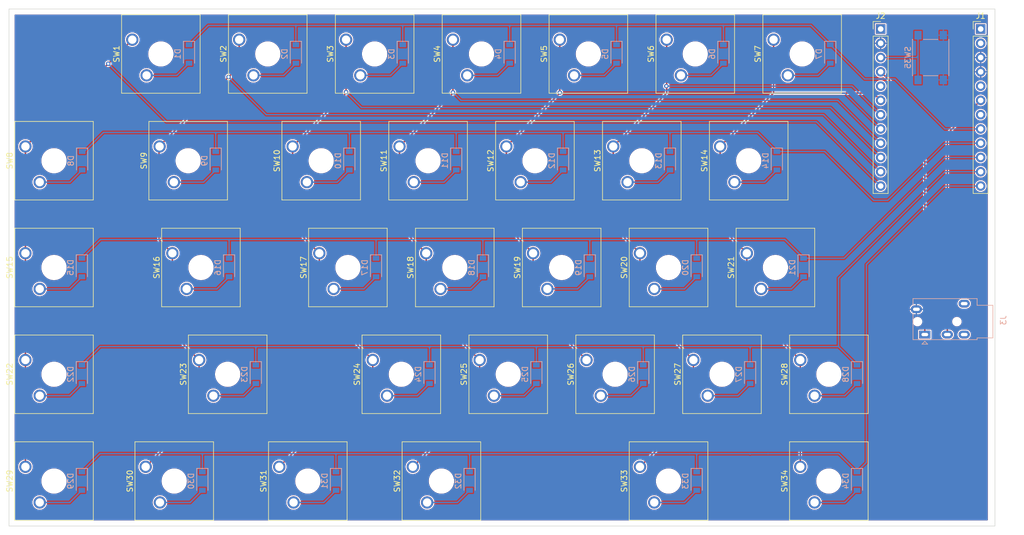
<source format=kicad_pcb>
(kicad_pcb (version 20211014) (generator pcbnew)
  (layers (0 "F.Cu" signal) (31 "B.Cu" signal) (34 "B.Paste" user) (35 "F.Paste" user) (36 "B.SilkS" user "B.Silkscreen") (37 "F.SilkS" user "F.Silkscreen") (38 "B.Mask" user) (39 "F.Mask" user) (44 "Edge.Cuts" user))
  (net 0 "")
  (net 1 "/row1")
  (net 2 "Net-(D1-Pad2)")
  (net 3 "Net-(D2-Pad2)")
  (net 4 "Net-(D3-Pad2)")
  (net 5 "Net-(D4-Pad2)")
  (net 6 "Net-(D5-Pad2)")
  (net 7 "Net-(D6-Pad2)")
  (net 8 "Net-(D7-Pad2)")
  (net 9 "/row2")
  (net 10 "Net-(D8-Pad2)")
  (net 11 "Net-(D9-Pad2)")
  (net 12 "Net-(D10-Pad2)")
  (net 13 "Net-(D11-Pad2)")
  (net 14 "Net-(D12-Pad2)")
  (net 15 "Net-(D13-Pad2)")
  (net 16 "Net-(D14-Pad2)")
  (net 17 "/row3")
  (net 18 "Net-(D15-Pad2)")
  (net 19 "Net-(D16-Pad2)")
  (net 20 "Net-(D18-Pad2)")
  (net 21 "Net-(D19-Pad2)")
  (net 22 "Net-(D20-Pad2)")
  (net 23 "Net-(D17-Pad2)")
  (net 24 "/row4")
  (net 25 "Net-(D22-Pad2)")
  (net 26 "Net-(D21-Pad2)")
  (net 27 "Net-(D23-Pad2)")
  (net 28 "Net-(D25-Pad2)")
  (net 29 "Net-(D26-Pad2)")
  (net 30 "Net-(D24-Pad2)")
  (net 31 "Net-(D27-Pad2)")
  (net 32 "Net-(D28-Pad2)")
  (net 33 "Net-(D29-Pad2)")
  (net 34 "Net-(D30-Pad2)")
  (net 35 "Net-(D32-Pad2)")
  (net 36 "Net-(D31-Pad2)")
  (net 37 "Net-(D33-Pad2)")
  (net 38 "Net-(D34-Pad2)")
  (net 39 "/col6")
  (net 42 "/row5")
  (net 43 "/col7")
  (net 44 "/col5")
  (net 45 "/col1")
  (net 46 "/col2")
  (net 47 "/col3")
  (net 48 "/col4")
  (net 53 "/comm")
  (net 54 "GND")
  (net 55 "+5V")
  (net 56 "/res")
  (footprint "Button_Switch_Keyboard:SW_Cherry_MX_1.00u_Plate" (layer "F.Cu") (at 59.77 56.46 90)
    (fp_text reference "SW9")
    (fp_text value "SW_Push")
  )
  (footprint "Button_Switch_Keyboard:SW_Cherry_MX_1.00u_Plate" (layer "F.Cu") (at 116.67 94.46 90)
    (fp_text reference "SW25")
    (fp_text value "SW_Push")
  )
  (footprint "Button_Switch_Keyboard:SW_Cherry_MX_1.00u_Plate" (layer "F.Cu") (at 83.42 56.46 90)
    (fp_text reference "SW10")
    (fp_text value "SW_Push")
  )
  (footprint "Button_Switch_Keyboard:SW_Cherry_MX_1.00u_Plate" (layer "F.Cu") (at 140.42 56.46 90)
    (fp_text reference "SW13")
    (fp_text value "SW_Push")
  )
  (footprint "Button_Switch_Keyboard:SW_Cherry_MX_1.00u_Plate" (layer "F.Cu") (at 130.92 37.46 90)
    (fp_text reference "SW5")
    (fp_text value "SW_Push")
  )
  (footprint "Button_Switch_Keyboard:SW_Cherry_MX_1.00u_Plate" (layer "F.Cu") (at 173.67 113.46 90)
    (fp_text reference "SW34")
    (fp_text value "SW_Push")
  )
  (footprint "Button_Switch_Keyboard:SW_Cherry_MX_1.00u_Plate" (layer "F.Cu") (at 35.92 56.46 90)
    (fp_text reference "SW8")
    (fp_text value "SW_Push")
  )
  (footprint "Button_Switch_Keyboard:SW_Cherry_MX_1.00u_Plate" (layer "F.Cu") (at 107.17 75.46 90)
    (fp_text reference "SW18")
    (fp_text value "SW_Push")
  )
  (footprint "Button_Switch_Keyboard:SW_Cherry_MX_1.00u_Plate" (layer "F.Cu") (at 104.795 113.46 90)
    (fp_text reference "SW32")
    (fp_text value "SW_Push")
  )
  (footprint "Button_Switch_Keyboard:SW_Cherry_MX_1.00u_Plate" (layer "F.Cu") (at 154.67 94.46 90)
    (fp_text reference "SW27")
    (fp_text value "SW_Push")
  )
  (footprint "Button_Switch_Keyboard:SW_Cherry_MX_1.00u_Plate" (layer "F.Cu") (at 54.92 37.46 90)
    (fp_text reference "SW1")
    (fp_text value "SW_Push")
  )
  (footprint "Button_Switch_Keyboard:SW_Cherry_MX_1.00u_Plate" (layer "F.Cu") (at 164.17 75.46 90)
    (fp_text reference "SW21")
    (fp_text value "SW_Push")
  )
  (footprint "Button_Switch_Keyboard:SW_Cherry_MX_1.00u_Plate" (layer "F.Cu") (at 88.17 75.46 90)
    (fp_text reference "SW17")
    (fp_text value "SW_Push")
  )
  (footprint "Button_Switch_Keyboard:SW_Cherry_MX_1.00u_Plate" (layer "F.Cu") (at 159.42 56.46 90)
    (fp_text reference "SW14")
    (fp_text value "SW_Push")
  )
  (footprint "Connector_PinHeader_2.54mm:PinHeader_1x12_P2.54mm_Vertical" (layer "F.Cu") (at 205.74 35.56)
    (fp_text reference "J1")
    (fp_text value "Conn_01x12_Female")
  )
  (footprint "Button_Switch_Keyboard:SW_Cherry_MX_1.00u_Plate" (layer "F.Cu") (at 35.92 113.46 90)
    (fp_text reference "SW29")
    (fp_text value "SW_Push")
  )
  (footprint "Button_Switch_Keyboard:SW_Cherry_MX_1.00u_Plate" (layer "F.Cu") (at 81.045 113.46 90)
    (fp_text reference "SW31")
    (fp_text value "SW_Push")
  )
  (footprint "Button_Switch_Keyboard:SW_Cherry_MX_1.00u_Plate" (layer "F.Cu") (at 66.795 94.46 90)
    (fp_text reference "SW23")
    (fp_text value "SW_Push")
  )
  (footprint "Button_Switch_Keyboard:SW_Cherry_MX_1.00u_Plate" (layer "F.Cu") (at 121.42 56.46 90)
    (fp_text reference "SW12")
    (fp_text value "SW_Push")
  )
  (footprint "Button_Switch_Keyboard:SW_Cherry_MX_1.00u_Plate" (layer "F.Cu") (at 126.17 75.46 90)
    (fp_text reference "SW19")
    (fp_text value "SW_Push")
  )
  (footprint "Button_Switch_Keyboard:SW_Cherry_MX_1.00u_Plate" (layer "F.Cu") (at 73.92 37.46 90)
    (fp_text reference "SW2")
    (fp_text value "SW_Push")
  )
  (footprint "Button_Switch_Keyboard:SW_Cherry_MX_1.00u_Plate" (layer "F.Cu") (at 62.045 75.46 90)
    (fp_text reference "SW16")
    (fp_text value "SW_Push")
  )
  (footprint "Button_Switch_Keyboard:SW_Cherry_MX_1.00u_Plate" (layer "F.Cu") (at 135.67 94.46 90)
    (fp_text reference "SW26")
    (fp_text value "SW_Push")
  )
  (footprint "Button_Switch_Keyboard:SW_Cherry_MX_1.00u_Plate" (layer "F.Cu") (at 168.92 37.46 90)
    (fp_text reference "SW7")
    (fp_text value "SW_Push")
  )
  (footprint "Button_Switch_Keyboard:SW_Cherry_MX_1.00u_Plate" (layer "F.Cu") (at 145.17 75.46 90)
    (fp_text reference "SW20")
    (fp_text value "SW_Push")
  )
  (footprint "Button_Switch_Keyboard:SW_Cherry_MX_1.00u_Plate" (layer "F.Cu") (at 111.92 37.46 90)
    (fp_text reference "SW4")
    (fp_text value "SW_Push")
  )
  (footprint "Button_Switch_Keyboard:SW_Cherry_MX_1.00u_Plate" (layer "F.Cu") (at 102.42 56.46 90)
    (fp_text reference "SW11")
    (fp_text value "SW_Push")
  )
  (footprint "Button_Switch_Keyboard:SW_Cherry_MX_1.00u_Plate" (layer "F.Cu") (at 145.17 113.46 90)
    (fp_text reference "SW33")
    (fp_text value "SW_Push")
  )
  (footprint "Button_Switch_Keyboard:SW_Cherry_MX_1.00u_Plate" (layer "F.Cu") (at 92.92 37.46 90)
    (fp_text reference "SW3")
    (fp_text value "SW_Push")
  )
  (footprint "Button_Switch_Keyboard:SW_Cherry_MX_1.00u_Plate" (layer "F.Cu") (at 173.67 94.46 90)
    (fp_text reference "SW28")
    (fp_text value "SW_Push")
  )
  (footprint "Button_Switch_Keyboard:SW_Cherry_MX_1.00u_Plate" (layer "F.Cu") (at 35.92 75.46 90)
    (fp_text reference "SW15")
    (fp_text value "SW_Push")
  )
  (footprint "Button_Switch_Keyboard:SW_Cherry_MX_1.00u_Plate" (layer "F.Cu") (at 35.92 94.46 90)
    (fp_text reference "SW22")
    (fp_text value "SW_Push")
  )
  (footprint "Button_Switch_Keyboard:SW_Cherry_MX_1.00u_Plate" (layer "F.Cu") (at 149.92 37.46 90)
    (fp_text reference "SW6")
    (fp_text value "SW_Push")
  )
  (footprint "Connector_PinHeader_2.54mm:PinHeader_1x12_P2.54mm_Vertical" (layer "F.Cu") (at 187.96 35.56)
    (fp_text reference "J2")
    (fp_text value "Conn_01x12_Female")
  )
  (footprint "Button_Switch_Keyboard:SW_Cherry_MX_1.00u_Plate" (layer "F.Cu") (at 97.67 94.46 90)
    (fp_text reference "SW24")
    (fp_text value "SW_Push")
  )
  (footprint "Button_Switch_Keyboard:SW_Cherry_MX_1.00u_Plate" (layer "F.Cu") (at 57.295 113.46 90)
    (fp_text reference "SW30")
    (fp_text value "SW_Push")
  )
  (footprint "Diode_SMD:D_SOD-123" (layer "B.Cu") (at 72.125 78 -90)
    (fp_text reference "D16")
    (fp_text value "1N4148")
  )
  (footprint "Diode_SMD:D_SOD-123" (layer "B.Cu") (at 174.25 78 -90)
    (fp_text reference "D21")
    (fp_text value "1N4148")
  )
  (footprint "Diode_SMD:D_SOD-123" (layer "B.Cu") (at 98.25 78 -90)
    (fp_text reference "D17")
    (fp_text value "1N4148")
  )
  (footprint "Diode_SMD:D_SOD-123" (layer "B.Cu") (at 145.75 97 -90)
    (fp_text reference "D26")
    (fp_text value "1N4148")
  )
  (footprint "Diode_SMD:D_SOD-123" (layer "B.Cu") (at 183.75 116 -90)
    (fp_text reference "D34")
    (fp_text value "1N4148")
  )
  (footprint "Diode_SMD:D_SOD-123" (layer "B.Cu") (at 107.75 97 -90)
    (fp_text reference "D24")
    (fp_text value "1N4148")
  )
  (footprint "Diode_SMD:D_SOD-123" (layer "B.Cu") (at 169.5 59 -90)
    (fp_text reference "D14")
    (fp_text value "1N4148")
  )
  (footprint "Diode_SMD:D_SOD-123" (layer "B.Cu") (at 141 40 -90)
    (fp_text reference "D5")
    (fp_text value "1N4148")
  )
  (footprint "Diode_SMD:D_SOD-123" (layer "B.Cu") (at 160 40 -90)
    (fp_text reference "D6")
    (fp_text value "1N4148")
  )
  (footprint "Diode_SMD:D_SOD-123" (layer "B.Cu") (at 93.5 59 -90)
    (fp_text reference "D10")
    (fp_text value "1N4148")
  )
  (footprint "Diode_SMD:D_SOD-123" (layer "B.Cu") (at 69.75 59 -90)
    (fp_text reference "D9")
    (fp_text value "1N4148")
  )
  (footprint "Diode_SMD:D_SOD-123" (layer "B.Cu") (at 117.25 78 -90)
    (fp_text reference "D18")
    (fp_text value "1N4148")
  )
  (footprint "Diode_SMD:D_SOD-123" (layer "B.Cu") (at 67.375 116 -90)
    (fp_text reference "D30")
    (fp_text value "1N4148")
  )
  (footprint "Connector_Audio:Jack_3.5mm_PJ320E_Horizontal" (layer "B.Cu") (at 195.81 89.93 90)
    (fp_text reference "J3")
    (fp_text value "AudioJack4")
  )
  (footprint "Diode_SMD:D_SOD-123" (layer "B.Cu") (at 179 40 -90)
    (fp_text reference "D7")
    (fp_text value "1N4148")
  )
  (footprint "Diode_SMD:D_SOD-123" (layer "B.Cu") (at 84 40 -90)
    (fp_text reference "D2")
    (fp_text value "1N4148")
  )
  (footprint "Diode_SMD:D_SOD-123" (layer "B.Cu") (at 155.25 116 -90)
    (fp_text reference "D33")
    (fp_text value "1N4148")
  )
  (footprint "Diode_SMD:D_SOD-123" (layer "B.Cu") (at 45.95 78 -90)
    (fp_text reference "D15")
    (fp_text value "1N4148")
  )
  (footprint "Diode_SMD:D_SOD-123" (layer "B.Cu") (at 183.75 97 -90)
    (fp_text reference "D28")
    (fp_text value "1N4148")
  )
  (footprint "Diode_SMD:D_SOD-123" (layer "B.Cu") (at 76.875 97 -90)
    (fp_text reference "D23")
    (fp_text value "1N4148")
  )
  (footprint "Diode_SMD:D_SOD-123" (layer "B.Cu") (at 122 40 -90)
    (fp_text reference "D4")
    (fp_text value "1N4148")
  )
  (footprint "Diode_SMD:D_SOD-123" (layer "B.Cu") (at 112.5 59 -90)
    (fp_text reference "D11")
    (fp_text value "1N4148")
  )
  (footprint "Diode_SMD:D_SOD-123" (layer "B.Cu") (at 164.75 97 -90)
    (fp_text reference "D27")
    (fp_text value "1N4148")
  )
  (footprint "Diode_SMD:D_SOD-123" (layer "B.Cu") (at 114.875 116 -90)
    (fp_text reference "D32")
    (fp_text value "1N4148")
  )
  (footprint "Diode_SMD:D_SOD-123" (layer "B.Cu") (at 126.75 97 -90)
    (fp_text reference "D25")
    (fp_text value "1N4148")
  )
  (footprint "Diode_SMD:D_SOD-123" (layer "B.Cu") (at 131.5 59 -90)
    (fp_text reference "D12")
    (fp_text value "1N4148")
  )
  (footprint "Diode_SMD:D_SOD-123" (layer "B.Cu") (at 150.5 59 -90)
    (fp_text reference "D13")
    (fp_text value "1N4148")
  )
  (footprint "Diode_SMD:D_SOD-123" (layer "B.Cu") (at 45.95 97 -90)
    (fp_text reference "D22")
    (fp_text value "1N4148")
  )
  (footprint "Diode_SMD:D_SOD-123" (layer "B.Cu") (at 65 40 -90)
    (fp_text reference "D1")
    (fp_text value "1N4148")
  )
  (footprint "Diode_SMD:D_SOD-123" (layer "B.Cu") (at 91.125 116 -90)
    (fp_text reference "D31")
    (fp_text value "1N4148")
  )
  (footprint "Diode_SMD:D_SOD-123" (layer "B.Cu") (at 46 59 -90)
    (fp_text reference "D8")
    (fp_text value "1N4148")
  )
  (footprint "Diode_SMD:D_SOD-123" (layer "B.Cu") (at 155.25 78 -90)
    (fp_text reference "D20")
    (fp_text value "1N4148")
  )
  (footprint "Diode_SMD:D_SOD-123" (layer "B.Cu") (at 136.25 78 -90)
    (fp_text reference "D19")
    (fp_text value "1N4148")
  )
  (footprint "Diode_SMD:D_SOD-123" (layer "B.Cu") (at 103 40 -90)
    (fp_text reference "D3")
    (fp_text value "1N4148")
  )
  (footprint "Diode_SMD:D_SOD-123" (layer "B.Cu") (at 45.95 116 -90)
    (fp_text reference "D29")
    (fp_text value "1N4148")
  )
  (footprint "Button_Switch_SMD:SW_SPST_PTS645" (layer "B.Cu") (at 196.85 40.64 -90)
    (fp_text reference "SW35")
    (fp_text value "SW_Push")
  )
  (gr_rect (start 33 32) (end 208.28 124) (layer "Edge.Cuts") (width 0.1) (fill none))
  (segment (start 160 34.959451) (end 159.960549 34.92) (width 0.25) (layer "B.Cu") (net 1))
  (segment (start 190.5 44.45) (end 189.23 44.45) (width 0.25) (layer "B.Cu") (net 1))
  (segment (start 185.1 44.45) (end 189.23 44.45) (width 0.25) (layer "B.Cu") (net 1))
  (segment (start 205.74 53.34) (end 199.39 53.34) (width 0.25) (layer "B.Cu") (net 1))
  (segment (start 122 38.35) (end 122 35.038097) (width 0.25) (layer "B.Cu") (net 1))
  (segment (start 122.118097 34.92) (end 102.948745 34.92) (width 0.25) (layer "B.Cu") (net 1))
  (segment (start 84 34.921928) (end 84.001928 34.92) (width 0.25) (layer "B.Cu") (net 1))
  (segment (start 65 38.35) (end 68.43 34.92) (width 0.25) (layer "B.Cu") (net 1))
  (segment (start 199.39 53.34) (end 190.5 44.45) (width 0.25) (layer "B.Cu") (net 1))
  (segment (start 84 38.35) (end 84 34.921928) (width 0.25) (layer "B.Cu") (net 1))
  (segment (start 68.43 34.92) (end 84.001928 34.92) (width 0.25) (layer "B.Cu") (net 1))
  (segment (start 159.960549 34.92) (end 140.99075 34.92) (width 0.25) (layer "B.Cu") (net 1))
  (segment (start 189.23 44.45) (end 186.69 44.45) (width 0.25) (layer "B.Cu") (net 1))
  (segment (start 102.948745 34.92) (end 84.001928 34.92) (width 0.25) (layer "B.Cu") (net 1))
  (segment (start 141 38.35) (end 141 34.92925) (width 0.25) (layer "B.Cu") (net 1))
  (segment (start 103 38.35) (end 103 34.971255) (width 0.25) (layer "B.Cu") (net 1))
  (segment (start 179 38.35) (end 185.1 44.45) (width 0.25) (layer "B.Cu") (net 1))
  (segment (start 175.57 34.92) (end 179 38.35) (width 0.25) (layer "B.Cu") (net 1))
  (segment (start 160 38.35) (end 160 34.959451) (width 0.25) (layer "B.Cu") (net 1))
  (segment (start 159.960549 34.92) (end 175.57 34.92) (width 0.25) (layer "B.Cu") (net 1))
  (segment (start 141 34.92925) (end 140.99075 34.92) (width 0.25) (layer "B.Cu") (net 1))
  (segment (start 103 34.971255) (end 102.948745 34.92) (width 0.25) (layer "B.Cu") (net 1))
  (segment (start 140.99075 34.92) (end 122.118097 34.92) (width 0.25) (layer "B.Cu") (net 1))
  (segment (start 122 35.038097) (end 122.118097 34.92) (width 0.25) (layer "B.Cu") (net 1))
  (segment (start 65 41.65) (end 62.84 43.81) (width 0.25) (layer "B.Cu") (net 2))
  (segment (start 62.84 43.81) (end 57.46 43.81) (width 0.25) (layer "B.Cu") (net 2))
  (segment (start 81.84 43.81) (end 76.46 43.81) (width 0.25) (layer "B.Cu") (net 3))
  (segment (start 84 41.65) (end 81.84 43.81) (width 0.25) (layer "B.Cu") (net 3))
  (segment (start 100.84 43.81) (end 103 41.65) (width 0.25) (layer "B.Cu") (net 4))
  (segment (start 95.46 43.81) (end 100.84 43.81) (width 0.25) (layer "B.Cu") (net 4))
  (segment (start 119.84 43.81) (end 114.46 43.81) (width 0.25) (layer "B.Cu") (net 5))
  (segment (start 122 41.65) (end 119.84 43.81) (width 0.25) (layer "B.Cu") (net 5))
  (segment (start 138.84 43.81) (end 133.46 43.81) (width 0.25) (layer "B.Cu") (net 6))
  (segment (start 141 41.65) (end 138.84 43.81) (width 0.25) (layer "B.Cu") (net 6))
  (segment (start 160 41.65) (end 157.84 43.81) (width 0.25) (layer "B.Cu") (net 7))
  (segment (start 157.84 43.81) (end 152.46 43.81) (width 0.25) (layer "B.Cu") (net 7))
  (segment (start 179 41.65) (end 176.84 43.81) (width 0.25) (layer "B.Cu") (net 8))
  (segment (start 176.84 43.81) (end 171.46 43.81) (width 0.25) (layer "B.Cu") (net 8))
  (segment (start 131.547076 53.97) (end 150.537317 53.97) (width 0.25) (layer "B.Cu") (net 9))
  (segment (start 49.78 53.97) (end 69.759018 53.97) (width 0.25) (layer "B.Cu") (net 9))
  (segment (start 189.23 66.04) (end 186.69 66.04) (width 0.25) (layer "B.Cu") (net 9))
  (segment (start 205.74 55.88) (end 199.39 55.88) (width 0.25) (layer "B.Cu") (net 9))
  (segment (start 186.69 66.04) (end 178 57.35) (width 0.25) (layer "B.Cu") (net 9))
  (segment (start 166.12 53.97) (end 150.537317 53.97) (width 0.25) (layer "B.Cu") (net 9))
  (segment (start 93.501876 53.97) (end 112.48605 53.97) (width 0.25) (layer "B.Cu") (net 9))
  (segment (start 46.4 57.35) (end 49.78 53.97) (width 0.25) (layer "B.Cu") (net 9))
  (segment (start 69.759018 53.97) (end 93.501876 53.97) (width 0.25) (layer "B.Cu") (net 9))
  (segment (start 150.5 57.35) (end 150.5 54.007317) (width 0.25) (layer "B.Cu") (net 9))
  (segment (start 69.75 57.35) (end 69.75 53.979018) (width 0.25) (layer "B.Cu") (net 9))
  (segment (start 131.5 54.017076) (end 131.547076 53.97) (width 0.25) (layer "B.Cu") (net 9))
  (segment (start 199.39 55.88) (end 189.23 66.04) (width 0.25) (layer "B.Cu") (net 9))
  (segment (start 69.75 53.979018) (end 69.759018 53.97) (width 0.25) (layer "B.Cu") (net 9))
  (segment (start 112.5 57.35) (end 112.5 53.98395) (width 0.25) (layer "B.Cu") (net 9))
  (segment (start 46 57.35) (end 46.4 57.35) (width 0.25) (layer "B.Cu") (net 9))
  (segment (start 93.5 53.971876) (end 93.501876 53.97) (width 0.25) (layer "B.Cu") (net 9))
  (segment (start 112.48605 53.97) (end 131.547076 53.97) (width 0.25) (layer "B.Cu") (net 9))
  (segment (start 178 57.35) (end 169.5 57.35) (width 0.25) (layer "B.Cu") (net 9))
  (segment (start 131.5 57.35) (end 131.5 54.017076) (width 0.25) (layer "B.Cu") (net 9))
  (segment (start 112.5 53.98395) (end 112.48605 53.97) (width 0.25) (layer "B.Cu") (net 9))
  (segment (start 93.5 57.35) (end 93.5 53.971876) (width 0.25) (layer "B.Cu") (net 9))
  (segment (start 150.5 54.007317) (end 150.537317 53.97) (width 0.25) (layer "B.Cu") (net 9))
  (segment (start 169.5 57.35) (end 166.12 53.97) (width 0.25) (layer "B.Cu") (net 9))
  (segment (start 43.84 62.81) (end 38.46 62.81) (width 0.25) (layer "B.Cu") (net 10))
  (segment (start 46 60.65) (end 43.84 62.81) (width 0.25) (layer "B.Cu") (net 10))
  (segment (start 69.75 60.65) (end 67.59 62.81) (width 0.25) (layer "B.Cu") (net 11))
  (segment (start 67.59 62.81) (end 62.21 62.81) (width 0.25) (layer "B.Cu") (net 11))
  (segment (start 91.34 62.81) (end 85.96 62.81) (width 0.25) (layer "B.Cu") (net 12))
  (segment (start 93.5 60.65) (end 91.34 62.81) (width 0.25) (layer "B.Cu") (net 12))
  (segment (start 112.5 60.65) (end 110.34 62.81) (width 0.25) (layer "B.Cu") (net 13))
  (segment (start 110.34 62.81) (end 104.96 62.81) (width 0.25) (layer "B.Cu") (net 13))
  (segment (start 129.34 62.81) (end 123.96 62.81) (width 0.25) (layer "B.Cu") (net 14))
  (segment (start 131.5 60.65) (end 129.34 62.81) (width 0.25) (layer "B.Cu") (net 14))
  (segment (start 150.5 60.65) (end 148.34 62.81) (width 0.25) (layer "B.Cu") (net 15))
  (segment (start 148.34 62.81) (end 142.96 62.81) (width 0.25) (layer "B.Cu") (net 15))
  (segment (start 167.34 62.81) (end 161.96 62.81) (width 0.25) (layer "B.Cu") (net 16))
  (segment (start 169.5 60.65) (end 167.34 62.81) (width 0.25) (layer "B.Cu") (net 16))
  (segment (start 170.92 73.02) (end 155.340617 73.02) (width 0.25) (layer "B.Cu") (net 17))
  (segment (start 199.39 58.42) (end 181.46 76.35) (width 0.25) (layer "B.Cu") (net 17))
  (segment (start 98.25 73.030683) (end 98.260683 73.02) (width 0.25) (layer "B.Cu") (net 17))
  (segment (start 136.259848 73.02) (end 117.15 73.02) (width 0.25) (layer "B.Cu") (net 17))
  (segment (start 117.271148 73.02) (end 117.15 73.02) (width 0.25) (layer "B.Cu") (net 17))
  (segment (start 117.25 76.35) (end 117.25 73.041148) (width 0.25) (layer "B.Cu") (net 17))
  (segment (start 72.125 76.35) (end 72.125 73.062807) (width 0.25) (layer "B.Cu") (net 17))
  (segment (start 45.95 76.35) (end 49.28 73.02) (width 0.25) (layer "B.Cu") (net 17))
  (segment (start 136.25 76.35) (end 136.25 73.029848) (width 0.25) (layer "B.Cu") (net 17))
  (segment (start 174.25 76.35) (end 170.92 73.02) (width 0.25) (layer "B.Cu") (net 17))
  (segment (start 155.25 76.35) (end 155.25 73.110617) (width 0.25) (layer "B.Cu") (net 17))
  (segment (start 136.25 73.029848) (end 136.259848 73.02) (width 0.25) (layer "B.Cu") (net 17))
  (segment (start 98.260683 73.02) (end 72.167807 73.02) (width 0.25) (layer "B.Cu") (net 17))
  (segment (start 49.28 73.02) (end 72.167807 73.02) (width 0.25) (layer "B.Cu") (net 17))
  (segment (start 155.25 73.110617) (end 155.340617 73.02) (width 0.25) (layer "B.Cu") (net 17))
  (segment (start 72.125 73.062807) (end 72.167807 73.02) (width 0.25) (layer "B.Cu") (net 17))
  (segment (start 117.25 73.041148) (end 117.271148 73.02) (width 0.25) (layer "B.Cu") (net 17))
  (segment (start 98.25 76.35) (end 98.25 73.030683) (width 0.25) (layer "B.Cu") (net 17))
  (segment (start 155.340617 73.02) (end 136.259848 73.02) (width 0.25) (layer "B.Cu") (net 17))
  (segment (start 181.46 76.35) (end 174.25 76.35) (width 0.25) (layer "B.Cu") (net 17))
  (segment (start 117.15 73.02) (end 98.260683 73.02) (width 0.25) (layer "B.Cu") (net 17))
  (segment (start 205.74 58.42) (end 199.39 58.42) (width 0.25) (layer "B.Cu") (net 17))
  (segment (start 45.95 79.65) (end 43.79 81.81) (width 0.25) (layer "B.Cu") (net 18))
  (segment (start 43.79 81.81) (end 38.46 81.81) (width 0.25) (layer "B.Cu") (net 18))
  (segment (start 72.125 79.65) (end 69.965 81.81) (width 0.25) (layer "B.Cu") (net 19))
  (segment (start 69.965 81.81) (end 64.585 81.81) (width 0.25) (layer "B.Cu") (net 19))
  (segment (start 115.09 81.81) (end 109.71 81.81) (width 0.25) (layer "B.Cu") (net 20))
  (segment (start 117.25 79.65) (end 115.09 81.81) (width 0.25) (layer "B.Cu") (net 20))
  (segment (start 134.09 81.81) (end 128.71 81.81) (width 0.25) (layer "B.Cu") (net 21))
  (segment (start 136.25 79.65) (end 134.09 81.81) (width 0.25) (layer "B.Cu") (net 21))
  (segment (start 155.25 79.65) (end 153.09 81.81) (width 0.25) (layer "B.Cu") (net 22))
  (segment (start 153.09 81.81) (end 147.71 81.81) (width 0.25) (layer "B.Cu") (net 22))
  (segment (start 96.09 81.81) (end 90.71 81.81) (width 0.25) (layer "B.Cu") (net 23))
  (segment (start 98.25 79.65) (end 96.09 81.81) (width 0.25) (layer "B.Cu") (net 23))
  (segment (start 126.75 95.35) (end 126.75 92.127646) (width 0.25) (layer "B.Cu") (net 24))
  (segment (start 145.75 95.35) (end 145.75 92.076116) (width 0.25) (layer "B.Cu") (net 24))
  (segment (start 164.75 95.35) (end 164.75 92.199137) (width 0.25) (layer "B.Cu") (net 24))
  (segment (start 126.807646 92.07) (end 145.756116 92.07) (width 0.25) (layer "B.Cu") (net 24))
  (segment (start 45.95 95.35) (end 49.23 92.07) (width 0.25) (layer "B.Cu") (net 24))
  (segment (start 180.47 92.07) (end 180.07 92.07) (width 0.25) (layer "B.Cu") (net 24))
  (segment (start 76.84 92.07) (end 77.044319 92.07) (width 0.25) (layer "B.Cu") (net 24))
  (segment (start 126.75 92.127646) (end 126.807646 92.07) (width 0.25) (layer "B.Cu") (net 24))
  (segment (start 76.875 95.35) (end 76.875 92.105) (width 0.25) (layer "B.Cu") (net 24))
  (segment (start 183.75 95.35) (end 180.47 92.07) (width 0.25) (layer "B.Cu") (net 24))
  (segment (start 107.916839 92.07) (end 126.807646 92.07) (width 0.25) (layer "B.Cu") (net 24))
  (segment (start 107.75 95.35) (end 107.75 92.236839) (width 0.25) (layer "B.Cu") (net 24))
  (segment (start 180.47 79.88) (end 180.47 92.07) (width 0.25) (layer "B.Cu") (net 24))
  (segment (start 107.75 92.236839) (end 107.916839 92.07) (width 0.25) (layer "B.Cu") (net 24))
  (segment (start 76.875 92.239319) (end 77.044319 92.07) (width 0.25) (layer "B.Cu") (net 24))
  (segment (start 77.044319 92.07) (end 107.916839 92.07) (width 0.25) (layer "B.Cu") (net 24))
  (segment (start 145.75 92.076116) (end 145.756116 92.07) (width 0.25) (layer "B.Cu") (net 24))
  (segment (start 145.756116 92.07) (end 164.879137 92.07) (width 0.25) (layer "B.Cu") (net 24))
  (segment (start 205.74 60.96) (end 199.39 60.96) (width 0.25) (layer "B.Cu") (net 24))
  (segment (start 164.75 92.199137) (end 164.879137 92.07) (width 0.25) (layer "B.Cu") (net 24))
  (segment (start 49.23 92.07) (end 76.84 92.07) (width 0.25) (layer "B.Cu") (net 24))
  (segment (start 76.875 92.105) (end 76.84 92.07) (width 0.25) (layer "B.Cu") (net 24))
  (segment (start 199.39 60.96) (end 180.47 79.88) (width 0.25) (layer "B.Cu") (net 24))
  (segment (start 164.879137 92.07) (end 180.07 92.07) (width 0.25) (layer "B.Cu") (net 24))
  (segment (start 45.95 98.65) (end 43.79 100.81) (width 0.25) (layer "B.Cu") (net 25))
  (segment (start 43.79 100.81) (end 38.46 100.81) (width 0.25) (layer "B.Cu") (net 25))
  (segment (start 174.25 79.65) (end 172.09 81.81) (width 0.25) (layer "B.Cu") (net 26))
  (segment (start 172.09 81.81) (end 166.71 81.81) (width 0.25) (layer "B.Cu") (net 26))
  (segment (start 74.715 100.81) (end 69.335 100.81) (width 0.25) (layer "B.Cu") (net 27))
  (segment (start 76.875 98.65) (end 74.715 100.81) (width 0.25) (layer "B.Cu") (net 27))
  (segment (start 126.75 98.65) (end 124.59 100.81) (width 0.25) (layer "B.Cu") (net 28))
  (segment (start 124.59 100.81) (end 119.21 100.81) (width 0.25) (layer "B.Cu") (net 28))
  (segment (start 143.59 100.81) (end 138.21 100.81) (width 0.25) (layer "B.Cu") (net 29))
  (segment (start 145.75 98.65) (end 143.59 100.81) (width 0.25) (layer "B.Cu") (net 29))
  (segment (start 105.59 100.81) (end 100.21 100.81) (width 0.25) (layer "B.Cu") (net 30))
  (segment (start 107.75 98.65) (end 105.59 100.81) (width 0.25) (layer "B.Cu") (net 30))
  (segment (start 164.75 98.65) (end 162.59 100.81) (width 0.25) (layer "B.Cu") (net 31))
  (segment (start 162.59 100.81) (end 157.21 100.81) (width 0.25) (layer "B.Cu") (net 31))
  (segment (start 183.75 98.65) (end 181.59 100.81) (width 0.25) (layer "B.Cu") (net 32))
  (segment (start 181.59 100.81) (end 176.21 100.81) (width 0.25) (layer "B.Cu") (net 32))
  (segment (start 43.79 119.81) (end 38.46 119.81) (width 0.25) (layer "B.Cu") (net 33))
  (segment (start 45.95 117.65) (end 43.79 119.81) (width 0.25) (layer "B.Cu") (net 33))
  (segment (start 67.375 117.65) (end 65.215 119.81) (width 0.25) (layer "B.Cu") (net 34))
  (segment (start 65.215 119.81) (end 59.835 119.81) (width 0.25) (layer "B.Cu") (net 34))
  (segment (start 114.875 117.65) (end 112.715 119.81) (width 0.25) (layer "B.Cu") (net 35))
  (segment (start 112.715 119.81) (end 107.335 119.81) (width 0.25) (layer "B.Cu") (net 35))
  (segment (start 88.965 119.81) (end 83.585 119.81) (width 0.25) (layer "B.Cu") (net 36))
  (segment (start 91.125 117.65) (end 88.965 119.81) (width 0.25) (layer "B.Cu") (net 36))
  (segment (start 153.09 119.81) (end 147.71 119.81) (width 0.25) (layer "B.Cu") (net 37))
  (segment (start 155.25 117.65) (end 153.09 119.81) (width 0.25) (layer "B.Cu") (net 37))
  (segment (start 181.59 119.81) (end 176.21 119.81) (width 0.25) (layer "B.Cu") (net 38))
  (segment (start 183.75 117.65) (end 181.59 119.81) (width 0.25) (layer "B.Cu") (net 38))
  (segment (start 154.67 94.46) (end 154.67 103.96) (width 0.25) (layer "F.Cu") (net 39))
  (segment (start 154.67 103.96) (end 145.17 113.46) (width 0.25) (layer "F.Cu") (net 39))
  (segment (start 145.17 75.46) (end 145.17 84.96) (width 0.25) (layer "F.Cu") (net 39))
  (segment (start 145.17 84.96) (end 154.67 94.46) (width 0.25) (layer "F.Cu") (net 39))
  (segment (start 149.92 45.78) (end 149.92 46.96) (width 0.25) (layer "F.Cu") (net 39))
  (segment (start 149.86 45.72) (end 149.92 45.78) (width 0.25) (layer "F.Cu") (net 39))
  (segment (start 140.42 56.46) (end 140.42 70.71) (width 0.25) (layer "F.Cu") (net 39))
  (segment (start 140.42 70.71) (end 145.17 75.46) (width 0.25) (layer "F.Cu") (net 39))
  (segment (start 149.92 46.96) (end 140.42 56.46) (width 0.25) (layer "F.Cu") (net 39))
  (segment (start 149.92 37.46) (end 149.92 46.96) (width 0.25) (layer "F.Cu") (net 39))
  (via (at 149.86 45.72) (size 0.8) (drill 0.4) (layers "F.Cu" "B.Cu") (net 39))
  (segment (start 182.88 45.72) (end 149.86 45.72) (width 0.25) (layer "B.Cu") (net 39))
  (segment (start 187.96 50.8) (end 182.88 45.72) (width 0.25) (layer "B.Cu") (net 39))
  (segment (start 205.74 63.5) (end 199.39 63.5) (width 0.25) (layer "B.Cu") (net 42))
  (segment (start 114.875 114.35) (end 114.875 111.143715) (width 0.25) (layer "B.Cu") (net 42))
  (segment (start 153.98 111.12) (end 155.265132 111.12) (width 0.25) (layer "B.Cu") (net 42))
  (segment (start 67.375 111.146796) (end 67.348204 111.12) (width 0.25) (layer "B.Cu") (net 42))
  (segment (start 180.52 111.12) (end 183.75 114.35) (width 0.25) (layer "B.Cu") (net 42))
  (segment (start 185.42 112.68) (end 183.75 114.35) (width 0.25) (layer "B.Cu") (net 42))
  (segment (start 167.95 111.12) (end 180.52 111.12) (width 0.25) (layer "B.Cu") (net 42))
  (segment (start 199.39 63.5) (end 185.42 77.47) (width 0.25) (layer "B.Cu") (net 42))
  (segment (start 155.25 114.35) (end 155.25 111.135132) (width 0.25) (layer "B.Cu") (net 42))
  (segment (start 114.898715 111.12) (end 114.875 111.143715) (width 0.25) (layer "B.Cu") (net 42))
  (segment (start 164.75 111.187269) (end 164.682731 111.12) (width 0.25) (layer "B.Cu") (net 42))
  (segment (start 45.95 114.35) (end 49.18 111.12) (width 0.25) (layer "B.Cu") (net 42))
  (segment (start 153.98 111.12) (end 114.898715 111.12) (width 0.25) (layer "B.Cu") (net 42))
  (segment (start 155.25 111.135132) (end 155.265132 111.12) (width 0.25) (layer "B.Cu") (net 42))
  (segment (start 167.95 111.12) (end 164.682731 111.12) (width 0.25) (layer "B.Cu") (net 42))
  (segment (start 185.42 77.47) (end 185.42 112.68) (width 0.25) (layer "B.Cu") (net 42))
  (segment (start 91.10618 111.12) (end 114.898715 111.12) (width 0.25) (layer "B.Cu") (net 42))
  (segment (start 67.375 114.35) (end 67.375 111.146796) (width 0.25) (layer "B.Cu") (net 42))
  (segment (start 91.125 111.13882) (end 91.10618 111.12) (width 0.25) (layer "B.Cu") (net 42))
  (segment (start 167.955 111.115) (end 167.95 111.12) (width 0.25) (layer "B.Cu") (net 42))
  (segment (start 67.348204 111.12) (end 91.10618 111.12) (width 0.25) (layer "B.Cu") (net 42))
  (segment (start 155.265132 111.12) (end 164.682731 111.12) (width 0.25) (layer "B.Cu") (net 42))
  (segment (start 91.125 114.35) (end 91.125 111.13882) (width 0.25) (layer "B.Cu") (net 42))
  (segment (start 49.18 111.12) (end 67.348204 111.12) (width 0.25) (layer "B.Cu") (net 42))
  (segment (start 173.67 107.94) (end 173.67 104.753484) (width 0.25) (layer "F.Cu") (net 43))
  (segment (start 168.92 46.96) (end 168.9 46.98) (width 0.25) (layer "F.Cu") (net 43))
  (segment (start 173.5475 108.0625) (end 173.67 107.94) (width 0.25) (layer "F.Cu") (net 43))
  (segment (start 173.653484 104.77) (end 173.67 104.753484) (width 0.25) (layer "F.Cu") (net 43))
  (segment (start 173.67 113.46) (end 173.67 107.94) (width 0.25) (layer "F.Cu") (net 43))
  (segment (start 159.42 70.71) (end 159.42 56.46) (width 0.25) (layer "F.Cu") (net 43))
  (segment (start 168.92 37.46) (end 168.92 46.96) (width 0.25) (layer "F.Cu") (net 43))
  (segment (start 186.66 46.96) (end 187.96 48.26) (width 0.25) (layer "F.Cu") (net 43))
  (segment (start 168.9 46.98) (end 159.42 56.46) (width 0.25) (layer "F.Cu") (net 43))
  (segment (start 168.95 46.99) (end 168.92 46.96) (width 0.25) (layer "F.Cu") (net 43))
  (segment (start 173.67 104.753484) (end 173.67 94.46) (width 0.25) (layer "F.Cu") (net 43))
  (segment (start 168.92 46.96) (end 186.66 46.96) (width 0.25) (layer "F.Cu") (net 43))
  (segment (start 164.17 75.46) (end 159.42 70.71) (width 0.25) (layer "F.Cu") (net 43))
  (segment (start 164.17 84.96) (end 164.17 75.46) (width 0.25) (layer "F.Cu") (net 43))
  (segment (start 173.67 94.46) (end 164.17 84.96) (width 0.25) (layer "F.Cu") (net 43))
  (segment (start 121.42 56.46) (end 121.42 70.71) (width 0.25) (layer "F.Cu") (net 44))
  (segment (start 126.17 75.46) (end 126.17 84.96) (width 0.25) (layer "F.Cu") (net 44))
  (segment (start 126.17 84.96) (end 135.67 94.46) (width 0.25) (layer "F.Cu") (net 44))
  (segment (start 121.42 70.71) (end 126.17 75.46) (width 0.25) (layer "F.Cu") (net 44))
  (segment (start 130.92 37.46) (end 130.92 46.88) (width 0.25) (layer "F.Cu") (net 44))
  (segment (start 130.92 46.88) (end 130.92 46.96) (width 0.25) (layer "F.Cu") (net 44))
  (segment (start 130.92 46.96) (end 121.42 56.46) (width 0.25) (layer "F.Cu") (net 44))
  (via (at 130.92 46.88) (size 0.8) (drill 0.4) (layers "F.Cu" "B.Cu") (net 44))
  (segment (start 181.61 46.99) (end 131.03 46.99) (width 0.25) (layer "B.Cu") (net 44))
  (segment (start 131.03 46.99) (end 130.92 46.88) (width 0.25) (layer "B.Cu") (net 44))
  (segment (start 187.96 53.34) (end 181.61 46.99) (width 0.25) (layer "B.Cu") (net 44))
  (segment (start 35.92 56.46) (end 50.635 41.745) (width 0.25) (layer "F.Cu") (net 45))
  (segment (start 35.92 56.46) (end 35.92 75.46) (width 0.25) (layer "F.Cu") (net 45))
  (segment (start 35.92 94.46) (end 35.92 113.46) (width 0.25) (layer "F.Cu") (net 45))
  (segment (start 35.92 75.46) (end 35.92 94.46) (width 0.25) (layer "F.Cu") (net 45))
  (segment (start 50.635 41.745) (end 54.92 37.46) (width 0.25) (layer "F.Cu") (net 45))
  (via (at 50.635 41.745) (size 0.8) (drill 0.4) (layers "F.Cu" "B.Cu") (net 45))
  (segment (start 60.96 52.07) (end 50.635 41.745) (width 0.25) (layer "B.Cu") (net 45))
  (segment (start 176.53 52.07) (end 60.96 52.07) (width 0.25) (layer "B.Cu") (net 45))
  (segment (start 187.96 63.5) (end 176.53 52.07) (width 0.25) (layer "B.Cu") (net 45))
  (segment (start 59.67 56.46) (end 59.67 73.085) (width 0.25) (layer "F.Cu") (net 46))
  (segment (start 73.92 37.46) (end 73.92 42.21) (width 0.25) (layer "F.Cu") (net 46))
  (segment (start 72.035 44.095) (end 59.67 56.46) (width 0.25) (layer "F.Cu") (net 46))
  (segment (start 73.92 42.21) (end 72.035 44.095) (width 0.25) (layer "F.Cu") (net 46))
  (segment (start 62.045 75.46) (end 62.045 89.71) (width 0.25) (layer "F.Cu") (net 46))
  (segment (start 62.045 89.71) (end 66.795 94.46) (width 0.25) (layer "F.Cu") (net 46))
  (segment (start 66.795 103.96) (end 57.295 113.46) (width 0.25) (layer "F.Cu") (net 46))
  (segment (start 66.795 94.46) (end 66.795 103.96) (width 0.25) (layer "F.Cu") (net 46))
  (segment (start 59.67 73.085) (end 62.045 75.46) (width 0.25) (layer "F.Cu") (net 46))
  (via (at 72.035 44.095) (size 0.8) (drill 0.4) (layers "F.Cu" "B.Cu") (net 46))
  (segment (start 177.8 50.8) (end 78.74 50.8) (width 0.25) (layer "B.Cu") (net 46))
  (segment (start 78.74 50.8) (end 72.035 44.095) (width 0.25) (layer "B.Cu") (net 46))
  (segment (start 187.96 60.96) (end 177.8 50.8) (width 0.25) (layer "B.Cu") (net 46))
  (segment (start 83.42 56.46) (end 83.42 70.71) (width 0.25) (layer "F.Cu") (net 47))
  (segment (start 97.67 96.835) (end 89.4725 105.0325) (width 0.25) (layer "F.Cu") (net 47))
  (segment (start 83.42 70.71) (end 88.17 75.46) (width 0.25) (layer "F.Cu") (net 47))
  (segment (start 92.92 37.46) (end 92.92 46.78) (width 0.25) (layer "F.Cu") (net 47))
  (segment (start 89.4725 105.0325) (end 81.045 113.46) (width 0.25) (layer "F.Cu") (net 47))
  (segment (start 88.17 84.96) (end 97.67 94.46) (width 0.25) (layer "F.Cu") (net 47))
  (segment (start 88.17 75.46) (end 88.17 84.96) (width 0.25) (layer "F.Cu") (net 47))
  (segment (start 92.92 46.96) (end 83.42 56.46) (width 0.25) (layer "F.Cu") (net 47))
  (segment (start 97.67 94.46) (end 97.67 96.835) (width 0.25) (layer "F.Cu") (net 47))
  (segment (start 92.92 46.78) (end 92.92 46.96) (width 0.25) (layer "F.Cu") (net 47))
  (via (at 92.92 46.78) (size 0.8) (drill 0.4) (layers "F.Cu" "B.Cu") (net 47))
  (segment (start 187.96 58.42) (end 179.07 49.53) (width 0.25) (layer "B.Cu") (net 47))
  (segment (start 95.67 49.53) (end 92.92 46.78) (width 0.25) (layer "B.Cu") (net 47))
  (segment (start 179.07 49.53) (end 95.67 49.53) (width 0.25) (layer "B.Cu") (net 47))
  (segment (start 111.92 46.83) (end 111.92 46.96) (width 0.25) (layer "F.Cu") (net 48))
  (segment (start 116.67 94.46) (end 116.67 101.585) (width 0.25) (layer "F.Cu") (net 48))
  (segment (start 107.17 75.46) (end 107.17 84.96) (width 0.25) (layer "F.Cu") (net 48))
  (segment (start 116.67 101.585) (end 112.1425 106.1125) (width 0.25) (layer "F.Cu") (net 48))
  (segment (start 102.42 56.46) (end 102.42 70.71) (width 0.25) (layer "F.Cu") (net 48))
  (segment (start 112.1425 106.1125) (end 104.795 113.46) (width 0.25) (layer "F.Cu") (net 48))
  (segment (start 111.92 46.96) (end 102.42 56.46) (width 0.25) (layer "F.Cu") (net 48))
  (segment (start 102.42 70.71) (end 107.17 75.46) (width 0.25) (layer "F.Cu") (net 48))
  (segment (start 111.92 37.46) (end 111.92 46.83) (width 0.25) (layer "F.Cu") (net 48))
  (segment (start 107.17 84.96) (end 116.67 94.46) (width 0.25) (layer "F.Cu") (net 48))
  (via (at 111.92 46.83) (size 0.8) (drill 0.4) (layers "F.Cu" "B.Cu") (net 48))
  (segment (start 187.96 55.88) (end 180.34 48.26) (width 0.25) (layer "B.Cu") (net 48))
  (segment (start 180.34 48.26) (end 113.35 48.26) (width 0.25) (layer "B.Cu") (net 48))
  (segment (start 113.35 48.26) (end 111.92 46.83) (width 0.25) (layer "B.Cu") (net 48))
  (segment (start 199.81 89.93) (end 199.81 54.19) (width 0.25) (layer "F.Cu") (net 53))
  (segment (start 199.81 54.19) (end 205.74 48.26) (width 0.25) (layer "F.Cu") (net 53))
  (segment (start 195.81 51.03) (end 187.96 43.18) (width 0.25) (layer "F.Cu") (net 55))
  (segment (start 195.81 89.93) (end 195.81 51.03) (width 0.25) (layer "F.Cu") (net 55))
  (segment (start 187.96 40.64) (end 194.31 40.64) (width 0.25) (layer "B.Cu") (net 56))
  (segment (start 194.6 36.66) (end 194.6 40.35) (width 0.25) (layer "B.Cu") (net 56))
  (segment (start 194.31 40.64) (end 194.6 40.35) (width 0.25) (layer "B.Cu") (net 56))
  (segment (start 194.6 40.35) (end 194.6 44.62) (width 0.25) (layer "B.Cu") (net 56))
  (zone (net 54) (net_name "GND") (layer "F.Cu") (connect_pads (clearance 0.2)) (min_thickness 0.2) (fill yes (thermal_gap 0.2) (thermal_bridge_width 0.2))
    (polygon (pts (xy 207 123) (xy 34 123) (xy 34 33) (xy 207 33)))
  )
  (zone (net 54) (net_name "GND") (layer "B.Cu") (connect_pads (clearance 0.2)) (min_thickness 0.2) (fill yes (thermal_gap 0.2) (thermal_bridge_width 0.2))
    (polygon (pts (xy 207 123) (xy 34 123) (xy 34 33) (xy 207 33)))
  )
)
</source>
